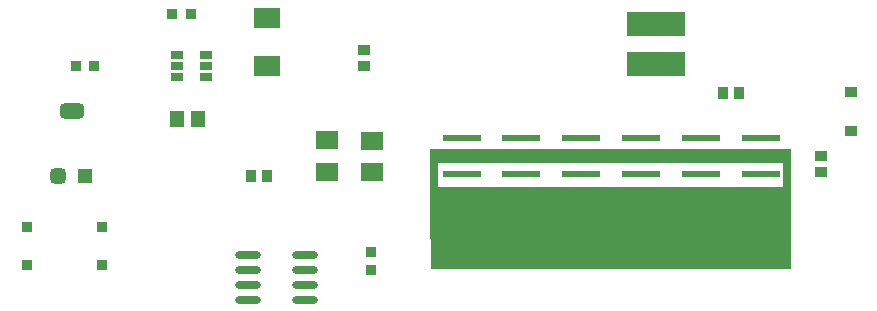
<source format=gtp>
G04*
G04 #@! TF.GenerationSoftware,Altium Limited,Altium Designer,19.1.7 (138)*
G04*
G04 Layer_Color=8421504*
%FSLAX25Y25*%
%MOIN*%
G70*
G01*
G75*
%ADD15R,0.19291X0.08268*%
%ADD16R,0.03543X0.03937*%
%ADD17R,0.07284X0.05906*%
%ADD18R,0.03347X0.03347*%
%ADD19R,0.08500X0.07000*%
%ADD20R,0.03937X0.03543*%
%ADD21R,0.04331X0.02559*%
%ADD22R,0.04528X0.05512*%
%ADD23R,0.05118X0.05118*%
G04:AMPARAMS|DCode=24|XSize=51.18mil|YSize=51.18mil|CornerRadius=12.8mil|HoleSize=0mil|Usage=FLASHONLY|Rotation=270.000|XOffset=0mil|YOffset=0mil|HoleType=Round|Shape=RoundedRectangle|*
%AMROUNDEDRECTD24*
21,1,0.05118,0.02559,0,0,270.0*
21,1,0.02559,0.05118,0,0,270.0*
1,1,0.02559,-0.01280,-0.01280*
1,1,0.02559,-0.01280,0.01280*
1,1,0.02559,0.01280,0.01280*
1,1,0.02559,0.01280,-0.01280*
%
%ADD24ROUNDEDRECTD24*%
G04:AMPARAMS|DCode=25|XSize=51.18mil|YSize=78.74mil|CornerRadius=12.8mil|HoleSize=0mil|Usage=FLASHONLY|Rotation=270.000|XOffset=0mil|YOffset=0mil|HoleType=Round|Shape=RoundedRectangle|*
%AMROUNDEDRECTD25*
21,1,0.05118,0.05315,0,0,270.0*
21,1,0.02559,0.07874,0,0,270.0*
1,1,0.02559,-0.02657,-0.01280*
1,1,0.02559,-0.02657,0.01280*
1,1,0.02559,0.02657,0.01280*
1,1,0.02559,0.02657,-0.01280*
%
%ADD25ROUNDEDRECTD25*%
%ADD26R,0.03740X0.03543*%
%ADD27O,0.08661X0.02362*%
%ADD28R,0.12992X0.05118*%
%ADD29R,0.12992X0.01968*%
%ADD30R,0.04016X0.03465*%
%ADD31R,0.03347X0.03347*%
%ADD32R,1.20000X0.27500*%
%ADD33R,0.02500X0.30000*%
%ADD34R,1.19449X0.05000*%
D15*
X225000Y126693D02*
D03*
Y113307D02*
D03*
D16*
X95306Y75946D02*
D03*
X89991D02*
D03*
X247342Y103768D02*
D03*
X252658D02*
D03*
D17*
X115305Y77384D02*
D03*
Y87817D02*
D03*
X130306Y77167D02*
D03*
Y87600D02*
D03*
D18*
X130000Y50721D02*
D03*
Y44618D02*
D03*
D19*
X95395Y128600D02*
D03*
Y112600D02*
D03*
D20*
X127787Y117915D02*
D03*
Y112600D02*
D03*
X280000Y82600D02*
D03*
Y77285D02*
D03*
D21*
X65581Y116340D02*
D03*
Y112600D02*
D03*
Y108860D02*
D03*
X75030D02*
D03*
Y112600D02*
D03*
Y116340D02*
D03*
D22*
X72471Y95000D02*
D03*
X65581D02*
D03*
D23*
X34833Y75946D02*
D03*
D24*
X25778D02*
D03*
D25*
X30305Y97600D02*
D03*
D26*
X40306Y58820D02*
D03*
Y46379D02*
D03*
X15305Y46380D02*
D03*
Y58821D02*
D03*
D27*
X89080Y49618D02*
D03*
Y44618D02*
D03*
Y39618D02*
D03*
Y34618D02*
D03*
X107978Y49618D02*
D03*
Y44618D02*
D03*
Y39618D02*
D03*
Y34618D02*
D03*
D28*
X160306Y82600D02*
D03*
X180000D02*
D03*
X200000D02*
D03*
X220000D02*
D03*
X240000D02*
D03*
X260000D02*
D03*
D29*
X160306Y88506D02*
D03*
Y76695D02*
D03*
X180000Y76695D02*
D03*
Y88506D02*
D03*
X200000Y88506D02*
D03*
Y76695D02*
D03*
X220000Y76695D02*
D03*
Y88506D02*
D03*
X240000Y88506D02*
D03*
Y76695D02*
D03*
X260000Y76695D02*
D03*
Y88506D02*
D03*
D30*
X290000Y91063D02*
D03*
Y103937D02*
D03*
D31*
X63898Y130000D02*
D03*
X70000D02*
D03*
X37884Y112600D02*
D03*
X31782D02*
D03*
D32*
X210000Y58750D02*
D03*
D33*
X268750Y70000D02*
D03*
X151250D02*
D03*
D34*
X209724Y82500D02*
D03*
M02*

</source>
